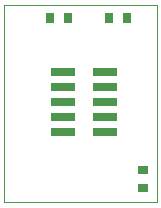
<source format=gtp>
G04 Layer_Color=8421504*
%FSLAX25Y25*%
%MOIN*%
G70*
G01*
G75*
%ADD10R,0.08100X0.03000*%
%ADD11R,0.03543X0.02756*%
%ADD12R,0.02756X0.03543*%
%ADD14C,0.00394*%
D10*
X133500Y138500D02*
D03*
Y133500D02*
D03*
Y128500D02*
D03*
Y123500D02*
D03*
X119500D02*
D03*
Y128500D02*
D03*
Y133500D02*
D03*
Y138500D02*
D03*
Y143500D02*
D03*
X133500D02*
D03*
D11*
X146063Y104921D02*
D03*
Y110827D02*
D03*
D12*
X121063Y161417D02*
D03*
X115157D02*
D03*
X134843Y161417D02*
D03*
X140748D02*
D03*
D14*
X100000Y100000D02*
X150787D01*
Y165748D01*
X100000D02*
X150787D01*
X100000Y100000D02*
Y165748D01*
M02*

</source>
